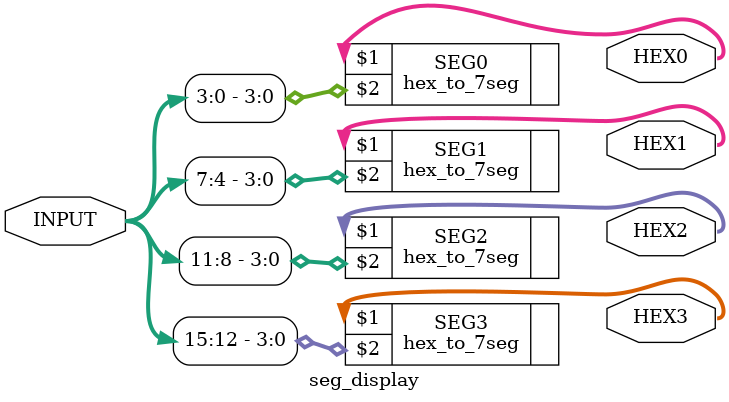
<source format=v>
module seg_display (
		INPUT,					// input 16-bit number		
		HEX0, HEX1, HEX2, HEX3	// Hex output on 7 segment display									
	 );
	input		[15:0]	INPUT;		// declare input/output ports			
	output	[7:0]	HEX0, HEX1, HEX2, HEX3;					

	hex_to_7seg		SEG0 (HEX0, INPUT[3:0]);			
	hex_to_7seg		SEG1 (HEX1, INPUT[7:4]);			
	hex_to_7seg		SEG2 (HEX2, {INPUT[11:8]});
	hex_to_7seg		SEG3 (HEX3, {INPUT[15:12]});	

endmodule

</source>
